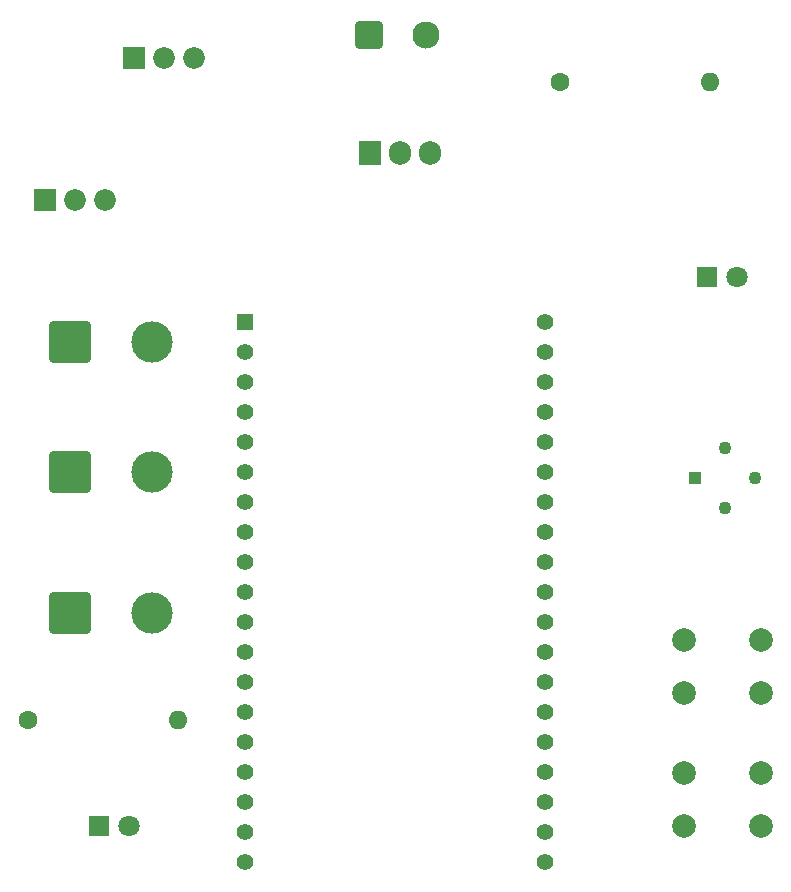
<source format=gbr>
%TF.GenerationSoftware,KiCad,Pcbnew,9.0.0*%
%TF.CreationDate,2025-03-04T06:42:26+08:00*%
%TF.ProjectId,STEC_Design,53544543-5f44-4657-9369-676e2e6b6963,0*%
%TF.SameCoordinates,Original*%
%TF.FileFunction,Soldermask,Bot*%
%TF.FilePolarity,Negative*%
%FSLAX46Y46*%
G04 Gerber Fmt 4.6, Leading zero omitted, Abs format (unit mm)*
G04 Created by KiCad (PCBNEW 9.0.0) date 2025-03-04 06:42:26*
%MOMM*%
%LPD*%
G01*
G04 APERTURE LIST*
G04 Aperture macros list*
%AMRoundRect*
0 Rectangle with rounded corners*
0 $1 Rounding radius*
0 $2 $3 $4 $5 $6 $7 $8 $9 X,Y pos of 4 corners*
0 Add a 4 corners polygon primitive as box body*
4,1,4,$2,$3,$4,$5,$6,$7,$8,$9,$2,$3,0*
0 Add four circle primitives for the rounded corners*
1,1,$1+$1,$2,$3*
1,1,$1+$1,$4,$5*
1,1,$1+$1,$6,$7*
1,1,$1+$1,$8,$9*
0 Add four rect primitives between the rounded corners*
20,1,$1+$1,$2,$3,$4,$5,0*
20,1,$1+$1,$4,$5,$6,$7,0*
20,1,$1+$1,$6,$7,$8,$9,0*
20,1,$1+$1,$8,$9,$2,$3,0*%
G04 Aperture macros list end*
%ADD10R,1.800000X1.800000*%
%ADD11C,1.800000*%
%ADD12R,1.090000X1.090000*%
%ADD13C,1.090000*%
%ADD14R,1.905000X2.000000*%
%ADD15O,1.905000X2.000000*%
%ADD16C,1.600000*%
%ADD17O,1.600000X1.600000*%
%ADD18RoundRect,0.250001X-0.899999X-0.899999X0.899999X-0.899999X0.899999X0.899999X-0.899999X0.899999X0*%
%ADD19C,2.300000*%
%ADD20R,1.845000X1.845000*%
%ADD21C,1.845000*%
%ADD22RoundRect,0.250002X-1.499998X-1.499998X1.499998X-1.499998X1.499998X1.499998X-1.499998X1.499998X0*%
%ADD23C,3.500000*%
%ADD24C,2.000000*%
%ADD25R,1.408000X1.408000*%
%ADD26C,1.408000*%
G04 APERTURE END LIST*
D10*
%TO.C,D2*%
X172475000Y-83500000D03*
D11*
X175015000Y-83500000D03*
%TD*%
D12*
%TO.C,U2*%
X171488100Y-100500000D03*
D13*
X174028100Y-103040000D03*
X176568100Y-100500000D03*
X174028100Y-97960000D03*
%TD*%
D14*
%TO.C,U1*%
X143920000Y-73000000D03*
D15*
X146460000Y-73000000D03*
X149000000Y-73000000D03*
%TD*%
D10*
%TO.C,D1*%
X121000000Y-130000000D03*
D11*
X123540000Y-130000000D03*
%TD*%
D16*
%TO.C,R1*%
X115000000Y-121000000D03*
D17*
X127700000Y-121000000D03*
%TD*%
D18*
%TO.C,BT1*%
X143835642Y-63000000D03*
D19*
X148635642Y-63000000D03*
%TD*%
D20*
%TO.C,Q1*%
X123920000Y-65000000D03*
D21*
X126460000Y-65000000D03*
X129000000Y-65000000D03*
%TD*%
D22*
%TO.C,PE1*%
X118500000Y-89000000D03*
D23*
X125500000Y-89000000D03*
%TD*%
D22*
%TO.C,PE2*%
X118500000Y-100000000D03*
D23*
X125500000Y-100000000D03*
%TD*%
D24*
%TO.C,SW2*%
X170500000Y-114265000D03*
X177000000Y-114265000D03*
X170500000Y-118765000D03*
X177000000Y-118765000D03*
%TD*%
%TO.C,SW1*%
X170500000Y-125500000D03*
X177000000Y-125500000D03*
X170500000Y-130000000D03*
X177000000Y-130000000D03*
%TD*%
D20*
%TO.C,Q2*%
X116420000Y-77000000D03*
D21*
X118960000Y-77000000D03*
X121500000Y-77000000D03*
%TD*%
D22*
%TO.C,PE3*%
X118500000Y-112000000D03*
D23*
X125500000Y-112000000D03*
%TD*%
D25*
%TO.C,U4*%
X133308142Y-87360000D03*
D26*
X133308142Y-89900000D03*
X133308142Y-92440000D03*
X133308142Y-94980000D03*
X133308142Y-97520000D03*
X133308142Y-100060000D03*
X133308142Y-102600000D03*
X133308142Y-105140000D03*
X133308142Y-107680000D03*
X133308142Y-110220000D03*
X133308142Y-112760000D03*
X133308142Y-115300000D03*
X133308142Y-117840000D03*
X133308142Y-120380000D03*
X133308142Y-122920000D03*
X133308142Y-125460000D03*
X133308142Y-128000000D03*
X133308142Y-130540000D03*
X133308142Y-133080000D03*
X158708142Y-87360000D03*
X158708142Y-89900000D03*
X158708142Y-92440000D03*
X158708142Y-94980000D03*
X158708142Y-97520000D03*
X158708142Y-100060000D03*
X158708142Y-102600000D03*
X158708142Y-105140000D03*
X158708142Y-107680000D03*
X158708142Y-110220000D03*
X158708142Y-112760000D03*
X158708142Y-115300000D03*
X158708142Y-117840000D03*
X158708142Y-120380000D03*
X158708142Y-122920000D03*
X158708142Y-125460000D03*
X158708142Y-128000000D03*
X158708142Y-130540000D03*
X158708142Y-133080000D03*
%TD*%
D16*
%TO.C,R2*%
X160000000Y-67000000D03*
D17*
X172700000Y-67000000D03*
%TD*%
M02*

</source>
